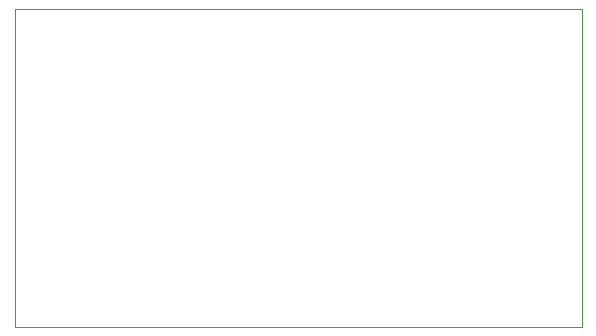
<source format=gbr>
%TF.GenerationSoftware,KiCad,Pcbnew,7.0.7*%
%TF.CreationDate,2024-01-22T10:51:04-08:00*%
%TF.ProjectId,DC-DC_converter_v2,44432d44-435f-4636-9f6e-766572746572,rev?*%
%TF.SameCoordinates,Original*%
%TF.FileFunction,Profile,NP*%
%FSLAX46Y46*%
G04 Gerber Fmt 4.6, Leading zero omitted, Abs format (unit mm)*
G04 Created by KiCad (PCBNEW 7.0.7) date 2024-01-22 10:51:04*
%MOMM*%
%LPD*%
G01*
G04 APERTURE LIST*
%TA.AperFunction,Profile*%
%ADD10C,0.100000*%
%TD*%
G04 APERTURE END LIST*
D10*
X77400000Y-55700000D02*
X125400000Y-55700000D01*
X125400000Y-82700000D01*
X77400000Y-82700000D01*
X77400000Y-55700000D01*
M02*

</source>
